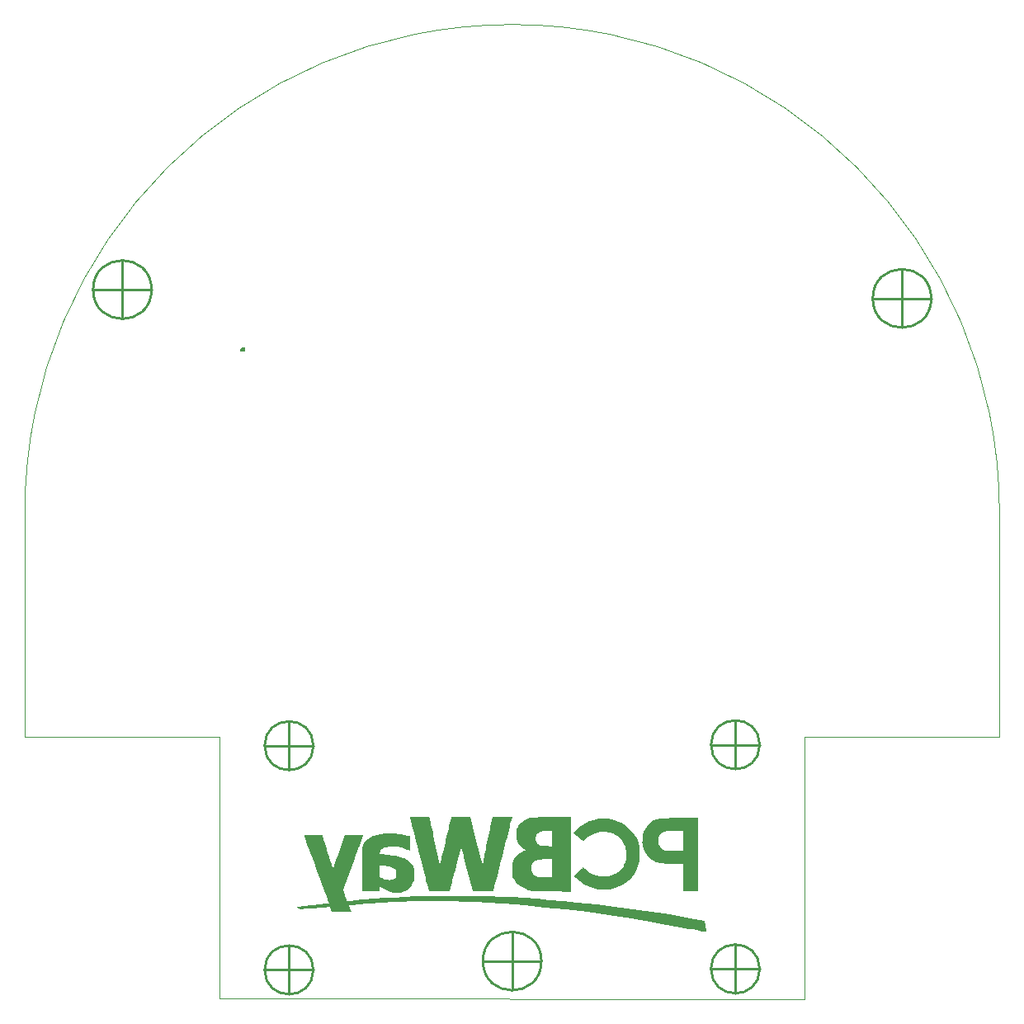
<source format=gbr>
%TF.GenerationSoftware,KiCad,Pcbnew,7.0.1*%
%TF.CreationDate,2023-08-29T23:28:33-03:00*%
%TF.ProjectId,BoverJr_PCBWAY,426f7665-724a-4725-9f50-43425741592e,rev?*%
%TF.SameCoordinates,Original*%
%TF.FileFunction,Legend,Bot*%
%TF.FilePolarity,Positive*%
%FSLAX46Y46*%
G04 Gerber Fmt 4.6, Leading zero omitted, Abs format (unit mm)*
G04 Created by KiCad (PCBNEW 7.0.1) date 2023-08-29 23:28:33*
%MOMM*%
%LPD*%
G01*
G04 APERTURE LIST*
%ADD10C,0.254000*%
%TA.AperFunction,Profile*%
%ADD11C,0.100000*%
%TD*%
G04 APERTURE END LIST*
%TO.C,G14*%
G36*
X169113637Y-112538821D02*
G01*
X169113637Y-114977589D01*
X169113637Y-118735439D01*
X168346728Y-118735439D01*
X167579820Y-118735439D01*
X167579820Y-117327829D01*
X167579820Y-115920219D01*
X166529156Y-115905390D01*
X166431191Y-115903921D01*
X166073687Y-115896497D01*
X165768734Y-115885725D01*
X165509307Y-115870388D01*
X165288380Y-115849271D01*
X165098929Y-115821158D01*
X164933926Y-115784834D01*
X164786348Y-115739081D01*
X164649169Y-115682686D01*
X164515362Y-115614431D01*
X164377903Y-115533102D01*
X164311375Y-115489942D01*
X164035301Y-115267898D01*
X163804285Y-115006415D01*
X163619753Y-114708780D01*
X163483133Y-114378283D01*
X163395851Y-114018208D01*
X163359334Y-113631845D01*
X163362424Y-113551140D01*
X164987818Y-113551140D01*
X164987819Y-113560369D01*
X164990756Y-113709137D01*
X165001323Y-113816731D01*
X165022585Y-113902180D01*
X165057606Y-113984513D01*
X165168885Y-114159810D01*
X165340465Y-114326990D01*
X165553273Y-114452426D01*
X165802397Y-114532504D01*
X165860383Y-114540850D01*
X165978983Y-114551302D01*
X166140088Y-114561455D01*
X166333310Y-114570755D01*
X166548265Y-114578645D01*
X166774567Y-114584569D01*
X167579820Y-114601325D01*
X167579820Y-113570073D01*
X167579820Y-112538821D01*
X166835919Y-112539429D01*
X166716329Y-112539904D01*
X166497367Y-112542639D01*
X166292529Y-112547458D01*
X166113621Y-112553975D01*
X165972450Y-112561806D01*
X165880823Y-112570565D01*
X165873176Y-112571691D01*
X165613649Y-112637162D01*
X165391377Y-112749286D01*
X165209070Y-112906273D01*
X165069439Y-113106333D01*
X165049372Y-113145405D01*
X165017203Y-113222372D01*
X164998578Y-113302801D01*
X164989962Y-113405966D01*
X164987818Y-113551140D01*
X163362424Y-113551140D01*
X163375010Y-113222481D01*
X163417102Y-112931332D01*
X163499770Y-112621108D01*
X163622238Y-112343841D01*
X163789579Y-112088463D01*
X164006865Y-111843906D01*
X164136275Y-111720406D01*
X164255769Y-111622093D01*
X164375604Y-111543981D01*
X164515529Y-111471617D01*
X164559626Y-111451141D01*
X164695243Y-111392879D01*
X164821263Y-111344801D01*
X164915134Y-111315707D01*
X165012476Y-111296069D01*
X165135479Y-111278396D01*
X165284778Y-111263417D01*
X165464755Y-111250965D01*
X165679787Y-111240874D01*
X165934257Y-111232977D01*
X166232544Y-111227107D01*
X166579028Y-111223099D01*
X166978089Y-111220786D01*
X167434108Y-111220001D01*
X169113637Y-111219739D01*
X169113637Y-112538821D01*
G37*
G36*
X159774550Y-111290650D02*
G01*
X160237218Y-111361550D01*
X160686396Y-111487210D01*
X161115790Y-111668017D01*
X161221814Y-111722877D01*
X161628559Y-111973048D01*
X161989922Y-112262544D01*
X162304188Y-112589110D01*
X162569642Y-112950490D01*
X162784571Y-113344427D01*
X162947260Y-113768667D01*
X163055995Y-114220953D01*
X163060439Y-114247875D01*
X163082854Y-114446607D01*
X163095950Y-114683199D01*
X163099735Y-114938011D01*
X163094221Y-115191400D01*
X163079415Y-115423727D01*
X163055328Y-115615348D01*
X163039761Y-115699197D01*
X162920952Y-116153012D01*
X162750717Y-116577317D01*
X162532054Y-116968940D01*
X162267960Y-117324714D01*
X161961429Y-117641468D01*
X161615460Y-117916033D01*
X161233048Y-118145238D01*
X160817190Y-118325915D01*
X160370883Y-118454894D01*
X160300096Y-118470436D01*
X160170722Y-118498091D01*
X160065697Y-118519591D01*
X160002767Y-118531256D01*
X159979116Y-118534232D01*
X159871372Y-118541344D01*
X159721245Y-118545576D01*
X159542973Y-118547072D01*
X159350790Y-118545972D01*
X159158934Y-118542422D01*
X158981640Y-118536561D01*
X158833145Y-118528534D01*
X158727685Y-118518484D01*
X158666629Y-118509412D01*
X158224644Y-118408603D01*
X157790974Y-118247498D01*
X157366741Y-118026669D01*
X156953067Y-117746687D01*
X156551075Y-117408127D01*
X156337613Y-117209831D01*
X156751410Y-116786664D01*
X156755016Y-116782976D01*
X156887372Y-116647543D01*
X157007825Y-116524149D01*
X157108622Y-116420747D01*
X157182012Y-116345288D01*
X157220241Y-116305725D01*
X157246098Y-116281600D01*
X157274228Y-116273214D01*
X157312442Y-116290083D01*
X157372373Y-116337695D01*
X157465652Y-116421540D01*
X157694783Y-116617610D01*
X158015616Y-116846225D01*
X158337337Y-117019153D01*
X158666554Y-117139199D01*
X159009874Y-117209169D01*
X159373902Y-117231869D01*
X159547362Y-117227339D01*
X159880504Y-117187529D01*
X160197954Y-117102595D01*
X160521149Y-116967597D01*
X160585212Y-116935848D01*
X160715730Y-116863912D01*
X160828407Y-116786964D01*
X160942378Y-116691044D01*
X161076777Y-116562190D01*
X161152501Y-116485779D01*
X161259943Y-116368821D01*
X161342055Y-116262283D01*
X161412638Y-116147360D01*
X161485492Y-116005246D01*
X161594418Y-115748301D01*
X161667420Y-115492397D01*
X161707910Y-115219488D01*
X161720109Y-114909861D01*
X161719810Y-114864037D01*
X161705149Y-114584208D01*
X161665243Y-114338791D01*
X161595590Y-114107278D01*
X161491688Y-113869155D01*
X161396788Y-113696302D01*
X161185684Y-113404760D01*
X160934219Y-113154373D01*
X160647844Y-112947670D01*
X160332006Y-112787182D01*
X159992155Y-112675439D01*
X159633741Y-112614970D01*
X159262213Y-112608306D01*
X158883019Y-112657977D01*
X158822161Y-112671226D01*
X158478988Y-112774197D01*
X158150486Y-112924121D01*
X157828138Y-113125475D01*
X157503423Y-113382733D01*
X157269819Y-113586466D01*
X157140822Y-113471017D01*
X157117555Y-113449991D01*
X157034214Y-113373346D01*
X156922900Y-113269799D01*
X156795323Y-113150269D01*
X156663196Y-113025675D01*
X156314566Y-112695783D01*
X156430276Y-112554575D01*
X156447116Y-112534625D01*
X156559171Y-112417980D01*
X156705096Y-112284298D01*
X156869683Y-112146423D01*
X157037727Y-112017200D01*
X157194021Y-111909472D01*
X157479182Y-111743970D01*
X157914878Y-111546888D01*
X158368557Y-111402627D01*
X158833925Y-111311576D01*
X159304688Y-111274121D01*
X159774550Y-111290650D01*
G37*
G36*
X156014844Y-112569497D02*
G01*
X156014844Y-114949414D01*
X156014844Y-115453072D01*
X156014844Y-118771118D01*
X154181934Y-118758172D01*
X154116444Y-118757705D01*
X153709676Y-118754495D01*
X153358010Y-118750900D01*
X153056001Y-118746549D01*
X152798209Y-118741068D01*
X152579191Y-118734087D01*
X152393504Y-118725232D01*
X152235705Y-118714131D01*
X152100351Y-118700413D01*
X151982002Y-118683704D01*
X151875213Y-118663633D01*
X151774542Y-118639828D01*
X151674547Y-118611916D01*
X151569785Y-118579524D01*
X151513291Y-118560798D01*
X151173020Y-118416561D01*
X150860994Y-118229947D01*
X150584774Y-118006921D01*
X150351921Y-117753447D01*
X150169997Y-117475489D01*
X150048298Y-117247637D01*
X150038322Y-116641421D01*
X150037056Y-116550342D01*
X150037164Y-116331179D01*
X151940531Y-116331179D01*
X151957534Y-116576296D01*
X152024347Y-116785665D01*
X152141329Y-116959842D01*
X152308837Y-117099381D01*
X152527228Y-117204836D01*
X152537665Y-117208594D01*
X152605536Y-117230728D01*
X152675322Y-117247642D01*
X152756928Y-117260261D01*
X152860262Y-117269510D01*
X152995229Y-117276313D01*
X153171735Y-117281595D01*
X153399687Y-117286281D01*
X154082236Y-117298755D01*
X154082236Y-116375913D01*
X154082236Y-115453072D01*
X153537731Y-115454019D01*
X153475868Y-115454226D01*
X153192806Y-115458557D01*
X152961142Y-115469086D01*
X152772718Y-115486795D01*
X152619378Y-115512666D01*
X152492963Y-115547683D01*
X152385316Y-115592827D01*
X152263204Y-115661364D01*
X152121550Y-115775317D01*
X152025551Y-115911630D01*
X151968068Y-116081636D01*
X151941961Y-116296671D01*
X151940531Y-116331179D01*
X150037164Y-116331179D01*
X150037195Y-116269346D01*
X150045200Y-116037418D01*
X150062120Y-115845283D01*
X150089001Y-115683668D01*
X150126892Y-115543297D01*
X150176838Y-115414898D01*
X150197670Y-115372043D01*
X150323510Y-115187279D01*
X150499142Y-115011624D01*
X150715160Y-114852251D01*
X150962159Y-114716336D01*
X151230733Y-114611051D01*
X151433014Y-114546917D01*
X151251553Y-114440927D01*
X151040775Y-114292050D01*
X150829373Y-114076839D01*
X150657818Y-113823312D01*
X150530116Y-113538879D01*
X150467588Y-113297726D01*
X152425885Y-113297726D01*
X152435552Y-113486574D01*
X152473663Y-113660330D01*
X152546249Y-113797024D01*
X152659162Y-113907146D01*
X152818253Y-114001189D01*
X152879257Y-114029741D01*
X152939494Y-114052879D01*
X153004428Y-114069269D01*
X153085388Y-114080430D01*
X153193706Y-114087885D01*
X153340710Y-114093153D01*
X153537731Y-114097756D01*
X154082236Y-114109273D01*
X154082236Y-113339385D01*
X154082236Y-112569497D01*
X153565614Y-112569497D01*
X153346177Y-112571593D01*
X153149013Y-112579289D01*
X153003527Y-112592956D01*
X152904689Y-112612926D01*
X152802240Y-112650649D01*
X152637240Y-112753865D01*
X152519601Y-112895991D01*
X152449193Y-113077216D01*
X152425885Y-113297726D01*
X150467588Y-113297726D01*
X150450274Y-113230951D01*
X150422296Y-112906937D01*
X150429323Y-112725485D01*
X150482499Y-112407816D01*
X150586908Y-112122800D01*
X150741425Y-111871526D01*
X150944928Y-111655082D01*
X151196292Y-111474556D01*
X151494394Y-111331037D01*
X151838111Y-111225614D01*
X152226318Y-111159375D01*
X152260342Y-111156389D01*
X152372444Y-111150566D01*
X152536502Y-111145197D01*
X152746207Y-111140378D01*
X152995249Y-111136208D01*
X153277321Y-111132784D01*
X153586113Y-111130203D01*
X153915317Y-111128563D01*
X154258625Y-111127962D01*
X156014844Y-111127710D01*
X156014844Y-112569497D01*
G37*
G36*
X139987382Y-116900272D02*
G01*
X139990106Y-117170947D01*
X139986664Y-117221625D01*
X139970514Y-117376356D01*
X139948174Y-117521464D01*
X139923394Y-117631092D01*
X139819256Y-117896368D01*
X139656150Y-118164439D01*
X139449407Y-118400174D01*
X139206215Y-118596779D01*
X138933761Y-118747456D01*
X138639230Y-118845410D01*
X138613371Y-118850872D01*
X138443342Y-118872519D01*
X138238764Y-118880838D01*
X138018671Y-118876616D01*
X137802100Y-118860637D01*
X137608087Y-118833689D01*
X137455666Y-118796556D01*
X137306201Y-118740960D01*
X136961924Y-118569940D01*
X136641206Y-118349547D01*
X136428009Y-118179544D01*
X136419182Y-118457946D01*
X136410356Y-118736349D01*
X135498893Y-118728225D01*
X134587429Y-118720101D01*
X134587990Y-116603435D01*
X134588168Y-116239650D01*
X134588383Y-116066599D01*
X136411317Y-116066599D01*
X136419663Y-116640529D01*
X136428009Y-117214459D01*
X136578911Y-117328475D01*
X136642292Y-117372358D01*
X136774809Y-117449510D01*
X136901012Y-117508291D01*
X137007410Y-117542162D01*
X137203638Y-117577174D01*
X137407893Y-117585478D01*
X137603998Y-117567880D01*
X137775776Y-117525183D01*
X137907052Y-117458195D01*
X137917775Y-117450100D01*
X138012106Y-117365033D01*
X138072407Y-117272305D01*
X138106911Y-117154257D01*
X138123854Y-116993229D01*
X138126494Y-116900272D01*
X138106582Y-116704607D01*
X138045524Y-116546656D01*
X137938546Y-116419903D01*
X137780877Y-116317833D01*
X137567744Y-116233928D01*
X137524235Y-116221167D01*
X137377873Y-116186284D01*
X137197734Y-116151098D01*
X137002497Y-116118574D01*
X136810838Y-116091674D01*
X136641435Y-116073361D01*
X136512966Y-116066599D01*
X136411317Y-116066599D01*
X134588383Y-116066599D01*
X134588624Y-115872370D01*
X134589453Y-115557710D01*
X134590765Y-115290987D01*
X134592668Y-115067520D01*
X134595272Y-114882626D01*
X134598686Y-114731623D01*
X134603020Y-114609829D01*
X134608381Y-114512562D01*
X134614881Y-114435139D01*
X134622627Y-114372878D01*
X134631729Y-114321098D01*
X134642296Y-114275115D01*
X134701344Y-114080297D01*
X134826979Y-113801963D01*
X134993468Y-113559734D01*
X135202448Y-113352748D01*
X135455557Y-113180145D01*
X135754431Y-113041062D01*
X136100708Y-112934638D01*
X136496025Y-112860011D01*
X136942019Y-112816320D01*
X137440327Y-112802704D01*
X137780996Y-112809380D01*
X138092234Y-112827709D01*
X138356055Y-112856909D01*
X138511627Y-112881040D01*
X138687879Y-112910868D01*
X138870086Y-112943699D01*
X139047167Y-112977365D01*
X139208040Y-113009702D01*
X139341624Y-113038543D01*
X139436838Y-113061723D01*
X139482599Y-113077076D01*
X139486880Y-113087266D01*
X139494737Y-113149685D01*
X139501383Y-113261506D01*
X139506510Y-113414760D01*
X139509811Y-113601480D01*
X139510980Y-113813699D01*
X139510980Y-114532782D01*
X139440250Y-114532782D01*
X139417792Y-114530064D01*
X139337702Y-114509148D01*
X139226263Y-114472079D01*
X139100365Y-114424250D01*
X139006843Y-114388662D01*
X138835319Y-114329526D01*
X138648581Y-114270612D01*
X138473208Y-114220555D01*
X138339215Y-114186237D01*
X138193427Y-114154901D01*
X138059932Y-114136419D01*
X137914213Y-114127647D01*
X137731753Y-114125440D01*
X137641276Y-114126245D01*
X137308931Y-114145891D01*
X137030758Y-114192289D01*
X136805623Y-114266057D01*
X136632395Y-114367815D01*
X136509943Y-114498180D01*
X136437136Y-114657774D01*
X136412842Y-114847215D01*
X136418292Y-114900859D01*
X136448138Y-114926283D01*
X136520738Y-114931575D01*
X136559669Y-114932558D01*
X136677206Y-114939968D01*
X136836850Y-114953490D01*
X137026113Y-114971748D01*
X137232512Y-114993367D01*
X137443560Y-115016973D01*
X137646772Y-115041192D01*
X137829661Y-115064647D01*
X137979743Y-115085964D01*
X138084530Y-115103769D01*
X138113734Y-115109693D01*
X138531876Y-115215811D01*
X138896412Y-115351364D01*
X139207854Y-115516907D01*
X139466711Y-115712992D01*
X139673496Y-115940175D01*
X139828717Y-116199008D01*
X139932885Y-116490045D01*
X139986512Y-116813840D01*
X139987382Y-116900272D01*
G37*
G36*
X141520509Y-111166055D02*
G01*
X141527029Y-111194887D01*
X141546174Y-111282118D01*
X141576338Y-111420782D01*
X141616470Y-111606006D01*
X141665520Y-111832916D01*
X141722439Y-112096639D01*
X141786176Y-112392303D01*
X141855681Y-112715033D01*
X141929906Y-113059957D01*
X142007799Y-113422200D01*
X142088311Y-113796891D01*
X142170392Y-114179156D01*
X142252992Y-114564121D01*
X142335061Y-114946913D01*
X142379248Y-115151856D01*
X142429336Y-115381036D01*
X142474701Y-115585248D01*
X142513749Y-115757481D01*
X142544888Y-115890722D01*
X142566526Y-115977960D01*
X142577068Y-116012183D01*
X142584198Y-115999936D01*
X142604473Y-115936178D01*
X142635459Y-115824358D01*
X142675416Y-115671181D01*
X142722606Y-115483349D01*
X142775288Y-115267568D01*
X142831724Y-115030541D01*
X142839790Y-114996261D01*
X142908499Y-114704548D01*
X142982473Y-114390969D01*
X143057855Y-114071843D01*
X143130787Y-113763490D01*
X143197414Y-113482228D01*
X143253878Y-113244377D01*
X143275296Y-113154257D01*
X143339847Y-112882357D01*
X143408785Y-112591607D01*
X143477458Y-112301640D01*
X143541217Y-112032090D01*
X143595410Y-111802589D01*
X143615868Y-111716152D01*
X143660224Y-111530906D01*
X143699505Y-111369758D01*
X143731501Y-111241623D01*
X143753998Y-111155412D01*
X143764785Y-111120041D01*
X143773785Y-111117208D01*
X143834158Y-111111779D01*
X143944724Y-111106942D01*
X144098002Y-111102872D01*
X144286513Y-111099746D01*
X144502776Y-111097741D01*
X144739310Y-111097034D01*
X145700010Y-111097034D01*
X146322596Y-113587701D01*
X146945181Y-116078369D01*
X147247456Y-114607689D01*
X147280272Y-114448016D01*
X147352258Y-114097718D01*
X147427238Y-113732796D01*
X147502655Y-113365704D01*
X147575950Y-113008893D01*
X147644565Y-112674819D01*
X147705941Y-112375933D01*
X147757522Y-112124691D01*
X147965313Y-111112372D01*
X148983799Y-111104289D01*
X149154567Y-111103064D01*
X149383895Y-111101857D01*
X149587510Y-111101299D01*
X149758283Y-111101381D01*
X149889088Y-111102097D01*
X149972797Y-111103437D01*
X150002284Y-111105396D01*
X150000522Y-111113114D01*
X149986212Y-111171071D01*
X149958429Y-111282084D01*
X149918266Y-111441837D01*
X149866816Y-111646018D01*
X149805173Y-111890312D01*
X149734428Y-112170405D01*
X149655676Y-112481983D01*
X149570010Y-112820732D01*
X149478522Y-113182338D01*
X149382306Y-113562486D01*
X149282455Y-113956864D01*
X149180063Y-114361156D01*
X149076222Y-114771049D01*
X148972025Y-115182229D01*
X148868566Y-115590381D01*
X148766937Y-115991192D01*
X148668233Y-116380347D01*
X148573546Y-116753533D01*
X148483968Y-117106435D01*
X148400595Y-117434740D01*
X148324517Y-117734132D01*
X148256830Y-118000299D01*
X148198625Y-118228926D01*
X148150996Y-118415700D01*
X148115036Y-118556305D01*
X148091838Y-118646428D01*
X148082496Y-118681756D01*
X148079889Y-118688248D01*
X148068075Y-118701356D01*
X148043354Y-118711797D01*
X147999669Y-118719872D01*
X147930965Y-118725880D01*
X147831187Y-118730122D01*
X147694279Y-118732899D01*
X147514185Y-118734511D01*
X147284851Y-118735257D01*
X147000220Y-118735439D01*
X145934898Y-118735439D01*
X145386236Y-116549751D01*
X145304822Y-116225527D01*
X145218278Y-115881093D01*
X145136664Y-115556510D01*
X145061229Y-115256737D01*
X144993222Y-114986730D01*
X144933894Y-114751447D01*
X144884493Y-114555845D01*
X144846269Y-114404881D01*
X144820470Y-114303512D01*
X144808347Y-114256695D01*
X144807123Y-114251999D01*
X144802168Y-114229044D01*
X144798050Y-114208262D01*
X144793749Y-114193226D01*
X144788247Y-114187513D01*
X144780525Y-114194697D01*
X144769562Y-114218352D01*
X144754340Y-114262054D01*
X144733839Y-114329377D01*
X144707040Y-114423896D01*
X144672925Y-114549186D01*
X144630473Y-114708822D01*
X144578665Y-114906379D01*
X144516482Y-115145432D01*
X144442905Y-115429555D01*
X144356914Y-115762324D01*
X144257491Y-116147313D01*
X144143616Y-116588096D01*
X144119658Y-116680795D01*
X144033905Y-117012583D01*
X143952436Y-117327791D01*
X143876635Y-117621068D01*
X143807885Y-117887060D01*
X143747570Y-118120414D01*
X143697073Y-118315778D01*
X143657778Y-118467799D01*
X143631068Y-118571125D01*
X143618327Y-118620403D01*
X143588567Y-118735439D01*
X142519897Y-118735439D01*
X141451227Y-118735439D01*
X141279213Y-118052891D01*
X141271131Y-118020830D01*
X141226382Y-117843520D01*
X141169272Y-117617474D01*
X141102018Y-117351468D01*
X141026843Y-117054276D01*
X140945965Y-116734674D01*
X140861604Y-116401437D01*
X140775982Y-116063341D01*
X140691318Y-115729159D01*
X140541118Y-115136335D01*
X140396485Y-114565254D01*
X140265745Y-114048746D01*
X140148269Y-113584298D01*
X140043426Y-113169397D01*
X139950589Y-112801533D01*
X139869126Y-112478192D01*
X139798409Y-112196862D01*
X139737809Y-111955032D01*
X139686695Y-111750190D01*
X139644438Y-111579823D01*
X139610410Y-111441419D01*
X139583980Y-111332466D01*
X139564519Y-111250452D01*
X139551398Y-111192865D01*
X139543987Y-111157193D01*
X139541656Y-111140924D01*
X139541822Y-111138843D01*
X139552214Y-111126904D01*
X139582954Y-111117407D01*
X139639899Y-111110090D01*
X139728907Y-111104691D01*
X139855835Y-111100948D01*
X140026541Y-111098598D01*
X140246881Y-111097381D01*
X140522714Y-111097034D01*
X141503772Y-111097034D01*
X141520509Y-111166055D01*
G37*
G36*
X130671520Y-113451442D02*
G01*
X130703931Y-113554172D01*
X130782840Y-113804678D01*
X130875835Y-114100323D01*
X130980078Y-114432073D01*
X131092732Y-114790896D01*
X131210962Y-115167759D01*
X131331932Y-115553629D01*
X131452804Y-115939474D01*
X131505111Y-116102859D01*
X131553354Y-116246408D01*
X131593073Y-116357140D01*
X131621169Y-116426425D01*
X131634544Y-116445633D01*
X131645247Y-116416643D01*
X131673810Y-116334032D01*
X131718349Y-116203163D01*
X131777127Y-116029202D01*
X131848405Y-115817314D01*
X131930446Y-115572668D01*
X132021512Y-115300428D01*
X132119865Y-115005761D01*
X132223768Y-114693833D01*
X132797975Y-112968290D01*
X133765006Y-112968290D01*
X133876682Y-112968355D01*
X134134398Y-112969234D01*
X134337796Y-112971300D01*
X134491988Y-112974760D01*
X134602086Y-112979817D01*
X134673201Y-112986679D01*
X134710445Y-112995549D01*
X134718930Y-113006635D01*
X134716629Y-113012954D01*
X134696326Y-113067539D01*
X134656531Y-113174041D01*
X134598741Y-113328470D01*
X134524451Y-113526832D01*
X134435159Y-113765139D01*
X134332359Y-114039397D01*
X134217548Y-114345617D01*
X134092221Y-114679806D01*
X133957875Y-115037974D01*
X133816005Y-115416129D01*
X133668107Y-115810281D01*
X132630391Y-118575581D01*
X132854062Y-119154000D01*
X132868952Y-119192478D01*
X132935871Y-119364704D01*
X132994564Y-119514640D01*
X133041579Y-119633544D01*
X133073463Y-119712673D01*
X133086764Y-119743286D01*
X133095356Y-119744184D01*
X133154022Y-119741886D01*
X133260630Y-119734634D01*
X133406396Y-119723104D01*
X133582534Y-119707973D01*
X133780259Y-119689916D01*
X134734517Y-119603491D01*
X135833374Y-119512586D01*
X136897401Y-119434585D01*
X137940113Y-119368643D01*
X138975020Y-119313919D01*
X140015636Y-119269569D01*
X141075472Y-119234750D01*
X141191273Y-119231830D01*
X141447308Y-119226981D01*
X141753389Y-119222796D01*
X142102197Y-119219277D01*
X142486415Y-119216424D01*
X142898726Y-119214237D01*
X143331811Y-119212718D01*
X143778354Y-119211865D01*
X144231036Y-119211680D01*
X144682540Y-119212164D01*
X145125549Y-119213317D01*
X145552744Y-119215139D01*
X145956808Y-119217631D01*
X146330423Y-119220794D01*
X146666272Y-119224628D01*
X146957037Y-119229133D01*
X147195400Y-119234311D01*
X147735943Y-119250291D01*
X148858756Y-119293888D01*
X150036771Y-119352898D01*
X151267252Y-119427135D01*
X152547458Y-119516414D01*
X153874651Y-119620551D01*
X155246094Y-119739362D01*
X156659047Y-119872661D01*
X158630739Y-120079406D01*
X161158402Y-120384499D01*
X163681146Y-120734631D01*
X166212166Y-121131661D01*
X168764663Y-121577448D01*
X169719433Y-121752508D01*
X169831089Y-122291619D01*
X169863114Y-122447949D01*
X169894868Y-122606873D01*
X169919991Y-122736970D01*
X169936476Y-122827839D01*
X169942321Y-122869075D01*
X169941877Y-122879428D01*
X169935560Y-122895425D01*
X169914463Y-122902901D01*
X169869520Y-122901107D01*
X169791664Y-122889295D01*
X169671828Y-122866715D01*
X169500945Y-122832619D01*
X169268918Y-122786542D01*
X168941725Y-122722906D01*
X168569978Y-122651774D01*
X168162356Y-122574754D01*
X167727540Y-122493452D01*
X167274210Y-122409475D01*
X166811048Y-122324429D01*
X166346734Y-122239922D01*
X165889949Y-122157561D01*
X165449372Y-122078952D01*
X165033685Y-122005702D01*
X164555713Y-121922718D01*
X162229820Y-121537263D01*
X159946902Y-121189758D01*
X157707753Y-120880302D01*
X155513166Y-120608995D01*
X153363932Y-120375935D01*
X151260846Y-120181221D01*
X149204699Y-120024954D01*
X148894954Y-120004342D01*
X147575365Y-119922960D01*
X146310542Y-119855850D01*
X145096504Y-119802967D01*
X143929271Y-119764266D01*
X142804861Y-119739705D01*
X141719294Y-119729239D01*
X140668589Y-119732823D01*
X139648765Y-119750414D01*
X138655841Y-119781967D01*
X137685837Y-119827439D01*
X136734772Y-119886785D01*
X136481180Y-119904871D01*
X136161974Y-119928283D01*
X135833899Y-119952971D01*
X135502794Y-119978452D01*
X135174496Y-120004243D01*
X134854843Y-120029860D01*
X134549672Y-120054819D01*
X134264822Y-120078636D01*
X134006131Y-120100829D01*
X133779436Y-120120914D01*
X133590575Y-120138407D01*
X133445386Y-120152825D01*
X133349707Y-120163684D01*
X133309375Y-120170501D01*
X133289420Y-120185269D01*
X133283426Y-120214726D01*
X133294836Y-120268921D01*
X133325919Y-120358397D01*
X133378946Y-120493700D01*
X133416634Y-120590607D01*
X133456445Y-120701093D01*
X133481182Y-120780401D01*
X133486590Y-120815801D01*
X133475930Y-120818490D01*
X133412964Y-120822435D01*
X133300099Y-120825055D01*
X133144744Y-120826306D01*
X132954307Y-120826147D01*
X132736196Y-120824536D01*
X132497821Y-120821430D01*
X131521979Y-120806092D01*
X131434878Y-120574587D01*
X131347777Y-120343083D01*
X130528835Y-120413656D01*
X130429681Y-120422162D01*
X130142033Y-120446502D01*
X129831642Y-120472364D01*
X129519474Y-120498021D01*
X129226492Y-120521745D01*
X128973661Y-120541807D01*
X128237429Y-120599386D01*
X128091716Y-120493061D01*
X128028096Y-120444285D01*
X127968865Y-120392610D01*
X127946004Y-120363438D01*
X127955283Y-120358548D01*
X128014718Y-120345215D01*
X128121827Y-120327108D01*
X128268080Y-120305526D01*
X128444945Y-120281770D01*
X128643890Y-120257138D01*
X128890289Y-120227801D01*
X129172495Y-120194149D01*
X129461721Y-120159614D01*
X129735319Y-120126902D01*
X129970641Y-120098716D01*
X129970714Y-120098707D01*
X130183841Y-120073175D01*
X130397884Y-120047582D01*
X130597385Y-120023772D01*
X130766887Y-120003590D01*
X130890931Y-119988882D01*
X130966486Y-119979751D01*
X131079406Y-119965193D01*
X131158810Y-119953743D01*
X131190975Y-119947304D01*
X131190183Y-119942581D01*
X131174259Y-119892938D01*
X131140029Y-119794205D01*
X131089684Y-119652489D01*
X131025419Y-119473898D01*
X130949426Y-119264539D01*
X130863900Y-119030520D01*
X130771032Y-118777948D01*
X130751829Y-118725874D01*
X130635944Y-118411701D01*
X130506743Y-118061540D01*
X130366883Y-117682586D01*
X130219023Y-117282036D01*
X130065820Y-116867085D01*
X129909932Y-116444930D01*
X129754017Y-116022767D01*
X129600733Y-115607792D01*
X129452738Y-115207200D01*
X129312689Y-114828188D01*
X129183245Y-114477952D01*
X129067062Y-114163689D01*
X128966800Y-113892593D01*
X128885116Y-113671862D01*
X128856334Y-113593844D01*
X128790874Y-113414201D01*
X128734570Y-113256612D01*
X128690518Y-113129926D01*
X128661815Y-113042990D01*
X128651559Y-113004652D01*
X128660431Y-112996285D01*
X128702576Y-112986999D01*
X128783503Y-112979795D01*
X128907725Y-112974498D01*
X129079752Y-112970932D01*
X129304097Y-112968921D01*
X129585272Y-112968290D01*
X130518984Y-112968290D01*
X130671520Y-113451442D01*
G37*
D10*
%TO.C,H2*%
X127100000Y-101300000D02*
X127100000Y-106300000D01*
X129600000Y-103800000D02*
X124600000Y-103800000D01*
X127100000Y-124300000D02*
X127100000Y-129300000D01*
X129600000Y-126800000D02*
X124600000Y-126800000D01*
X129600000Y-103800000D02*
G75*
G03*
X129600000Y-103800000I-2500000J0D01*
G01*
X129600000Y-126800000D02*
G75*
G03*
X129600000Y-126800000I-2500000J0D01*
G01*
%TO.C,H5*%
X107000000Y-57000000D02*
X113000000Y-57000000D01*
X110000000Y-54000000D02*
X110000000Y-60000000D01*
X113000000Y-57000000D02*
G75*
G03*
X113000000Y-57000000I-3000000J0D01*
G01*
%TO.C,H1*%
X172900000Y-129200000D02*
X172900000Y-124200000D01*
X170400000Y-126700000D02*
X175400000Y-126700000D01*
X172900000Y-106200000D02*
X172900000Y-101200000D01*
X170400000Y-103700000D02*
X175400000Y-103700000D01*
X175400000Y-126700000D02*
G75*
G03*
X175400000Y-126700000I-2500000J0D01*
G01*
X175400000Y-103700000D02*
G75*
G03*
X175400000Y-103700000I-2500000J0D01*
G01*
%TO.C,G2*%
G36*
X122589349Y-63150000D02*
G01*
X122589349Y-63355479D01*
X122351381Y-63340239D01*
X122237009Y-63331394D01*
X122150695Y-63309156D01*
X122118320Y-63255746D01*
X122113412Y-63150000D01*
X122115480Y-63065759D01*
X122138203Y-63000829D01*
X122208011Y-62972551D01*
X122351381Y-62959760D01*
X122589349Y-62944520D01*
X122589349Y-63150000D01*
G37*
%TO.C,H3*%
X147000000Y-125900000D02*
X153000000Y-125900000D01*
X150000000Y-122900000D02*
X150000000Y-128900000D01*
X153000000Y-125900000D02*
G75*
G03*
X153000000Y-125900000I-3000000J0D01*
G01*
%TO.C,H4*%
X187000000Y-57900000D02*
X193000000Y-57900000D01*
X190000000Y-54900000D02*
X190000000Y-60900000D01*
X193000000Y-57900000D02*
G75*
G03*
X193000000Y-57900000I-3000000J0D01*
G01*
%TD*%
D11*
X200000000Y-79800000D02*
G75*
G03*
X100000000Y-79800000I-50000000J0D01*
G01*
X120000000Y-129750000D02*
X120000000Y-102900000D01*
X180000000Y-102900000D02*
X200000000Y-102900000D01*
X180000000Y-129800000D02*
X180000000Y-102900000D01*
X120000000Y-102900000D02*
X100000000Y-102900000D01*
X100000000Y-102900000D02*
X100000000Y-79800000D01*
X200000000Y-102900000D02*
X200000000Y-79800000D01*
X120000000Y-129750000D02*
X180000000Y-129800000D01*
M02*

</source>
